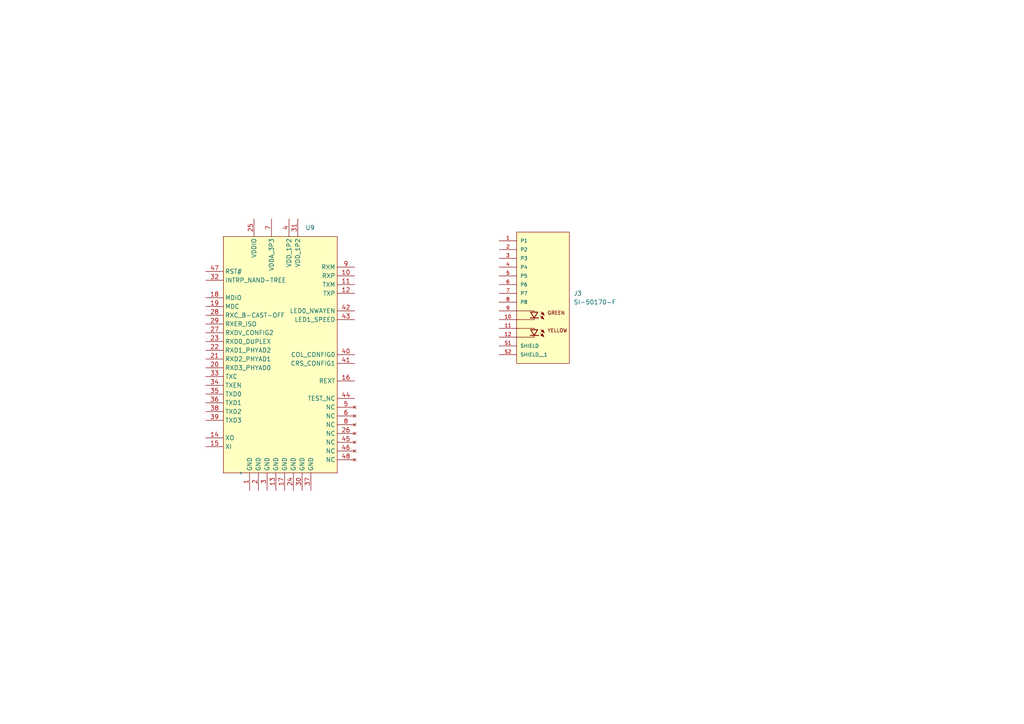
<source format=kicad_sch>
(kicad_sch (version 20230121) (generator eeschema)
  (paper "A4")
  (lib_symbols
    (symbol "Connector:SI-50170-F" (pin_names (offset 1.016))
      (property "Reference" "J" (at -7.62 18.542 0))
      (property "Value" "SI-50170-F" (at -7.62 -22.86 0))
      (symbol "SI-50170-F_0_0"
        (rectangle (start -7.62 -20.32) (end 7.62 17.78) (stroke (width 0.1524)) (fill (type background)))
        (polyline (pts (xy -7.62 -10.16) (xy -2.54 -10.16)) (stroke (width 0.1524)))
        (polyline (pts (xy -7.62 -5.08) (xy -2.54 -5.08)) (stroke (width 0.1524)))
        (polyline (pts (xy -3.683 -12.192) (xy -2.54 -12.192)) (stroke (width 0.254)))
        (polyline (pts (xy -3.683 -7.112) (xy -2.54 -7.112)) (stroke (width 0.254)))
        (polyline (pts (xy -3.556 -10.541) (xy -2.54 -12.192)) (stroke (width 0.254)))
        (polyline (pts (xy -3.556 -10.541) (xy -1.524 -10.541)) (stroke (width 0.254)))
        (polyline (pts (xy -3.556 -5.461) (xy -2.54 -7.112)) (stroke (width 0.254)))
        (polyline (pts (xy -3.556 -5.461) (xy -1.524 -5.461)) (stroke (width 0.254)))
        (polyline (pts (xy -2.54 -12.7) (xy -7.62 -12.7)) (stroke (width 0.1524)))
        (polyline (pts (xy -2.54 -12.319) (xy -2.54 -12.7)) (stroke (width 0.1524)))
        (polyline (pts (xy -2.54 -12.192) (xy -1.524 -10.541)) (stroke (width 0.254)))
        (polyline (pts (xy -2.54 -12.192) (xy -1.27 -12.192)) (stroke (width 0.254)))
        (polyline (pts (xy -2.54 -10.16) (xy -2.54 -10.414)) (stroke (width 0.1524)))
        (polyline (pts (xy -2.54 -7.62) (xy -7.62 -7.62)) (stroke (width 0.1524)))
        (polyline (pts (xy -2.54 -7.239) (xy -2.54 -7.62)) (stroke (width 0.1524)))
        (polyline (pts (xy -2.54 -7.112) (xy -1.524 -5.461)) (stroke (width 0.254)))
        (polyline (pts (xy -2.54 -7.112) (xy -1.27 -7.112)) (stroke (width 0.254)))
        (polyline (pts (xy -2.54 -5.08) (xy -2.54 -5.334)) (stroke (width 0.1524)))
        (polyline (pts (xy -0.762 -11.557) (xy 0.254 -12.573)) (stroke (width 0.1524)))
        (polyline (pts (xy -0.762 -6.477) (xy 0.254 -7.493)) (stroke (width 0.1524)))
        (polyline (pts (xy -0.635 -10.414) (xy 0.381 -11.43)) (stroke (width 0.1524)))
        (polyline (pts (xy -0.635 -5.334) (xy 0.381 -6.35)) (stroke (width 0.1524)))
        (polyline (pts (xy 0.254 -12.573) (xy -0.127 -11.684) (xy -0.635 -12.192) (xy 0.254 -12.573)) (stroke (width 0.1524)) (fill (type outline)))
        (polyline (pts (xy 0.254 -7.493) (xy -0.127 -6.604) (xy -0.635 -7.112) (xy 0.254 -7.493)) (stroke (width 0.1524)) (fill (type outline)))
        (polyline (pts (xy 0.381 -11.43) (xy 0 -10.541) (xy -0.508 -11.049) (xy 0.381 -11.43)) (stroke (width 0.1524)) (fill (type outline)))
        (polyline (pts (xy 0.381 -6.35) (xy 0 -5.461) (xy -0.508 -5.969) (xy 0.381 -6.35)) (stroke (width 0.1524)) (fill (type outline)))
        (text "GREEN" (at 1.27 -5.08 0) (effects (font (size 1.016 1.016)) (justify left top)))
        (text "YELLOW" (at 1.27 -10.16 0) (effects (font (size 1.016 1.016)) (justify left top)))
        (pin passive line (at -12.7 15.24 0) (length 5.08) (name "P1") (number "1"))
        (pin passive line (at -12.7 -7.62 0) (length 5.08) (name "~") (number "10"))
        (pin passive line (at -12.7 -10.16 0) (length 5.08) (name "~") (number "11"))
        (pin passive line (at -12.7 -12.7 0) (length 5.08) (name "~") (number "12"))
        (pin passive line (at -12.7 12.7 0) (length 5.08) (name "P2") (number "2"))
        (pin passive line (at -12.7 10.16 0) (length 5.08) (name "P3") (number "3"))
        (pin passive line (at -12.7 7.62 0) (length 5.08) (name "P4") (number "4"))
        (pin passive line (at -12.7 5.08 0) (length 5.08) (name "P5") (number "5"))
        (pin passive line (at -12.7 2.54 0) (length 5.08) (name "P6") (number "6"))
        (pin passive line (at -12.7 0 0) (length 5.08) (name "P7") (number "7"))
        (pin passive line (at -12.7 -2.54 0) (length 5.08) (name "P8") (number "8"))
        (pin passive line (at -12.7 -5.08 0) (length 5.08) (name "~") (number "9"))
        (pin passive line (at -12.7 -15.24 0) (length 5.08) (name "SHIELD") (number "S1"))
        (pin passive line (at -12.7 -17.78 0) (length 5.08) (name "SHIELD__1") (number "S2"))
      )
    )
    (symbol "IC:KSZ8081MLX"
      (property "Reference" "U" (at -6.35 -59.69 0))
      (symbol "KSZ8081MLX_1_1"
        (rectangle (start -11.43 8.89) (end 21.59 -59.69) (fill (type background)))
        (pin passive line (at -3.81 -64.77 90) (length 5.08) (name "GND") (number "1"))
        (pin bidirectional line (at 26.67 -2.54 180) (length 5.08) (name "RXP") (number "10"))
        (pin bidirectional line (at 26.67 -5.08 180) (length 5.08) (name "TXM") (number "11"))
        (pin bidirectional line (at 26.67 -7.62 180) (length 5.08) (name "TXP") (number "12"))
        (pin passive line (at 3.81 -64.77 90) (length 5.08) (name "GND") (number "13"))
        (pin output line (at -16.51 -49.53 0) (length 5.08) (name "XO") (number "14"))
        (pin input line (at -16.51 -52.07 0) (length 5.08) (name "XI") (number "15"))
        (pin input line (at 26.67 -33.02 180) (length 5.08) (name "REXT") (number "16"))
        (pin passive line (at 6.35 -64.77 90) (length 5.08) (name "GND") (number "17"))
        (pin bidirectional line (at -16.51 -8.89 0) (length 5.08) (name "MDIO") (number "18"))
        (pin input line (at -16.51 -11.43 0) (length 5.08) (name "MDC") (number "19"))
        (pin passive line (at -1.27 -64.77 90) (length 5.08) (name "GND") (number "2"))
        (pin bidirectional line (at -16.51 -29.21 0) (length 5.08) (name "RXD3_PHYAD0") (number "20"))
        (pin bidirectional line (at -16.51 -26.67 0) (length 5.08) (name "RXD2_PHYAD1") (number "21"))
        (pin bidirectional line (at -16.51 -24.13 0) (length 5.08) (name "RXD1_PHYAD2") (number "22"))
        (pin bidirectional line (at -16.51 -21.59 0) (length 5.08) (name "RXD0_DUPLEX") (number "23"))
        (pin passive line (at 8.89 -64.77 90) (length 5.08) (name "GND") (number "24"))
        (pin power_in line (at -2.54 13.97 270) (length 5.08) (name "VDDIO") (number "25"))
        (pin no_connect line (at 26.67 -48.26 180) (length 5.08) (name "NC") (number "26"))
        (pin bidirectional line (at -16.51 -19.05 0) (length 5.08) (name "RXDV_CONFIG2") (number "27"))
        (pin bidirectional line (at -16.51 -13.97 0) (length 5.08) (name "RXC_B-CAST-OFF") (number "28"))
        (pin bidirectional line (at -16.51 -16.51 0) (length 5.08) (name "RXER_ISO") (number "29"))
        (pin passive line (at 1.27 -64.77 90) (length 5.08) (name "GND") (number "3"))
        (pin passive line (at 11.43 -64.77 90) (length 5.08) (name "GND") (number "30"))
        (pin power_out line (at 10.16 13.97 270) (length 5.08) (name "VDD_1P2") (number "31"))
        (pin bidirectional line (at -16.51 -3.81 0) (length 5.08) (name "INTRP_NAND-TREE") (number "32"))
        (pin bidirectional line (at -16.51 -31.75 0) (length 5.08) (name "TXC") (number "33"))
        (pin input line (at -16.51 -34.29 0) (length 5.08) (name "TXEN") (number "34"))
        (pin input line (at -16.51 -36.83 0) (length 5.08) (name "TXD0") (number "35"))
        (pin input line (at -16.51 -39.37 0) (length 5.08) (name "TXD1") (number "36"))
        (pin passive line (at 13.97 -64.77 90) (length 5.08) (name "GND") (number "37"))
        (pin input line (at -16.51 -41.91 0) (length 5.08) (name "TXD2") (number "38"))
        (pin input line (at -16.51 -44.45 0) (length 5.08) (name "TXD3") (number "39"))
        (pin power_out line (at 7.62 13.97 270) (length 5.08) (name "VDD_1P2") (number "4"))
        (pin bidirectional line (at 26.67 -25.4 180) (length 5.08) (name "COL_CONFIG0") (number "40"))
        (pin bidirectional line (at 26.67 -27.94 180) (length 5.08) (name "CRS_CONFIG1") (number "41"))
        (pin bidirectional line (at 26.67 -12.7 180) (length 5.08) (name "LED0_NWAYEN") (number "42"))
        (pin bidirectional line (at 26.67 -15.24 180) (length 5.08) (name "LED1_SPEED") (number "43"))
        (pin input line (at 26.67 -38.1 180) (length 5.08) (name "TEST_NC") (number "44"))
        (pin no_connect line (at 26.67 -50.8 180) (length 5.08) (name "NC") (number "45"))
        (pin no_connect line (at 26.67 -53.34 180) (length 5.08) (name "NC") (number "46"))
        (pin input line (at -16.51 -1.27 0) (length 5.08) (name "RST#") (number "47"))
        (pin no_connect line (at 26.67 -55.88 180) (length 5.08) (name "NC") (number "48"))
        (pin no_connect line (at 26.67 -40.64 180) (length 5.08) (name "NC") (number "5"))
        (pin no_connect line (at 26.67 -43.18 180) (length 5.08) (name "NC") (number "6"))
        (pin power_out line (at 2.54 13.97 270) (length 5.08) (name "VDDA_3P3") (number "7"))
        (pin no_connect line (at 26.67 -45.72 180) (length 5.08) (name "NC") (number "8"))
        (pin bidirectional line (at 26.67 0 180) (length 5.08) (name "RXM") (number "9"))
      )
    )
  )
  (symbol (lib_id "IC:KSZ8081MLX") (at 76.2 77.47 0) (unit 1)
    (property "Reference" "U9" (at 88.5541 66.04 0) (effects (justify left)))
    (property "Value" "~" (at 69.85 137.16 90))
    (property "Footprint" "Package_QFP:LQFP-48_7x7mm_P0.5mm" (effects hide))
  )
  (symbol (lib_id "Connector:SI-50170-F") (at 157.48 85.09 0) (unit 1)
    (property "Reference" "J3" (at 166.37 85.09 0) (effects (justify left)))
    (property "Value" "SI-50170-F" (at 166.37 87.63 0) (effects (justify left)))
    (property "Footprint" "Connector_RJ:BEL_SI-50170-F" (effects hide))
    (property "PARTREV" "07" (effects hide))
    (property "STANDARD" "Manufacturer Recommendations" (effects hide))
    (property "MAXIMUM_PACKAGE_HEIGHT" "13.97mm" (effects hide))
    (property "MANUFACTURER" "Bel Fuse" (effects hide))
  )
)
</source>
